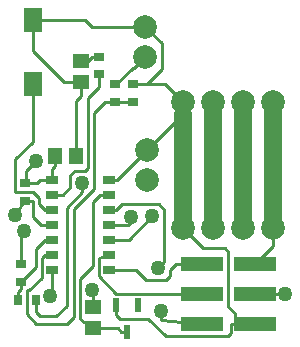
<source format=gbr>
G04 Layer_Physical_Order=1*
G04 Layer_Color=255*
%FSLAX45Y45*%
%MOMM*%
%TF.FileFunction,Copper,L1,Top,Signal*%
%TF.Part,Single*%
G01*
G75*
%TA.AperFunction,SMDPad,CuDef*%
%ADD10R,3.68000X1.27000*%
%ADD11R,0.60000X1.15000*%
%TA.AperFunction,ConnectorPad*%
%ADD12R,1.60000X2.00000*%
%TA.AperFunction,SMDPad,CuDef*%
%ADD13R,0.90000X0.70000*%
%ADD14R,0.70000X0.90000*%
%ADD15R,1.40000X1.20000*%
%ADD16R,0.90000X0.80000*%
%ADD17R,1.00000X0.65000*%
%ADD18R,1.20000X1.40000*%
%TA.AperFunction,Conductor*%
%ADD19C,1.50000*%
%ADD20C,0.25400*%
%TA.AperFunction,ComponentPad*%
%ADD21C,2.00000*%
%TA.AperFunction,ViaPad*%
%ADD22C,1.27000*%
D10*
X558800Y0D02*
D03*
Y-254000D02*
D03*
Y-508000D02*
D03*
X114300D02*
D03*
Y-254000D02*
D03*
Y0D02*
D03*
D11*
X-520700Y-577901D02*
D03*
X-615701Y-352897D02*
D03*
X-425699D02*
D03*
D12*
X-1320800Y2063999D02*
D03*
Y1524000D02*
D03*
D13*
X-1422400Y-152400D02*
D03*
Y-2398D02*
D03*
X-472999Y1367399D02*
D03*
Y1517401D02*
D03*
X-625399D02*
D03*
Y1367399D02*
D03*
X-1384300Y534599D02*
D03*
Y684601D02*
D03*
D14*
X-1296599Y-304800D02*
D03*
X-1446601D02*
D03*
D15*
X-812800Y-547202D02*
D03*
Y-367198D02*
D03*
X-911098Y1715597D02*
D03*
Y1535598D02*
D03*
D16*
X-758698Y1606398D02*
D03*
Y1746402D02*
D03*
D17*
X-1155700Y457200D02*
D03*
Y330200D02*
D03*
Y203200D02*
D03*
X-673100D02*
D03*
Y330200D02*
D03*
Y457200D02*
D03*
X-1155700Y584200D02*
D03*
Y711200D02*
D03*
Y76200D02*
D03*
Y-50800D02*
D03*
X-673100Y76200D02*
D03*
Y-50800D02*
D03*
Y584200D02*
D03*
Y711200D02*
D03*
D18*
X-1130300Y914400D02*
D03*
X-950300D02*
D03*
D19*
X203200Y304800D02*
Y1371600D01*
X457200Y304800D02*
Y1371600D01*
X711200Y304800D02*
Y1371600D01*
X-50800Y304800D02*
Y1270000D01*
D20*
X-1155700Y711200D02*
Y800100D01*
X-1320800Y2063999D02*
X-873760D01*
X-816356Y2006595D01*
X-368300D01*
X-911098Y1715597D02*
X-850900D01*
X-820095Y1746402D01*
X-758698D01*
X-625399Y1367399D02*
X-472999D01*
X-1285240Y684601D02*
X-1258641Y711200D01*
X-1155700D01*
X-368300Y2006595D02*
X-228600Y1866895D01*
Y1644401D02*
Y1866895D01*
X-355600Y1517401D02*
X-228600Y1644401D01*
X-472999Y1517401D02*
X-355600D01*
X-1051560Y1535598D02*
X-911098D01*
X-1320800Y1804838D02*
X-1051560Y1535598D01*
X-1320800Y1804838D02*
Y2063999D01*
X-50800Y304800D02*
X119380Y134620D01*
X304800D01*
X336697Y102723D01*
Y-363220D02*
Y102723D01*
Y-363220D02*
X392577Y-419100D01*
X-1374140Y787400D02*
X-1290320Y871220D01*
X-1384300Y684601D02*
X-1374140D01*
X-508000Y203200D02*
X-307340Y403860D01*
X-673100Y203200D02*
X-508000D01*
X-1422400Y-152400D02*
X-1294602Y-24602D01*
Y127798D01*
X-1219200Y203200D01*
X-1155700D01*
X-1446601Y-304800D02*
Y-241300D01*
X-1422400Y-217099D01*
Y-152400D01*
X-950300Y914400D02*
Y1378118D01*
X-911098Y1417320D01*
Y1535598D01*
X-104140Y0D02*
X114300D01*
X-154940Y-50800D02*
X-104140Y0D01*
X-154940Y-101600D02*
Y-50800D01*
X-190089Y-136749D02*
X-154940Y-101600D01*
X-358140Y-136749D02*
X-190089D01*
X-444089Y-50800D02*
X-358140Y-136749D01*
X-673100Y-50800D02*
X-444089D01*
X-673100Y330200D02*
X-510540D01*
X-485140Y355600D01*
Y391160D01*
X-462275Y1658620D02*
X-368300Y1752595D01*
X-473461Y1658620D02*
X-462275D01*
X-614680Y1517401D02*
X-473461Y1658620D01*
X-625399Y1517401D02*
X-614680D01*
X-1320800Y1031240D02*
Y1524000D01*
X-1468120Y883920D02*
X-1320800Y1031240D01*
X-1468120Y609600D02*
Y883920D01*
Y609600D02*
X-1320800D01*
X-1270000Y558800D01*
Y508000D02*
Y558800D01*
Y508000D02*
X-1219200Y457200D01*
X-1155700D01*
X-758698Y1498600D02*
Y1606398D01*
X-850900Y1406398D02*
X-758698Y1498600D01*
X-850900Y812800D02*
Y1406398D01*
X-878073Y785627D02*
X-850900Y812800D01*
X-965200Y785627D02*
X-878073D01*
X-1003300Y747527D02*
X-965200Y785627D01*
X-1003300Y647700D02*
Y747527D01*
X-1066800Y584200D02*
X-1003300Y647700D01*
X-1155700Y584200D02*
X-1066800D01*
X-711200Y1367399D02*
X-625399D01*
X-800100Y1278499D02*
X-711200Y1367399D01*
X-800100Y635000D02*
Y1278499D01*
X-972820Y462280D02*
X-800100Y635000D01*
X-972820Y-449580D02*
Y462280D01*
X-1031240Y-508000D02*
X-972820Y-449580D01*
X-1290000Y-508000D02*
X-1031240D01*
X-1371600Y-426400D02*
X-1290000Y-508000D01*
X-1371600Y-426400D02*
Y-225506D01*
X-1348740D01*
X-1243802Y-120569D01*
Y50800D01*
X-1218402Y76200D01*
X-1155700D01*
X-1296599Y-406400D02*
Y-304800D01*
Y-406400D02*
X-1259576Y-443423D01*
X-1121603D01*
X-1033780Y-355600D01*
Y474980D01*
X-901700Y607060D01*
Y683260D01*
X-812800Y-547202D02*
X-599440D01*
X-568742Y-577901D01*
X-520700D01*
X-1422400Y248920D02*
X-1391920Y279400D01*
X-1422400Y-2398D02*
Y248920D01*
X-820420Y-223520D02*
X-812800Y-231140D01*
Y-367198D02*
Y-231140D01*
X358140Y-584200D02*
Y-508000D01*
X330200Y-612140D02*
X358140Y-584200D01*
X-193040Y-612140D02*
X330200D01*
X-340360Y-464820D02*
X-193040Y-612140D01*
X-584200Y-464820D02*
X-340360D01*
X-615701Y-433319D02*
X-584200Y-464820D01*
X-615701Y-433319D02*
Y-352897D01*
X558800Y-254000D02*
X817880D01*
X-1170940Y-274320D02*
X-1155700Y-259080D01*
Y-50800D01*
X-196601Y1517401D02*
X-50800Y1371600D01*
X-815340Y-547202D02*
X-812800D01*
X-922020Y-464820D02*
X-815340Y-547202D01*
X-922020Y-464820D02*
Y-132080D01*
X-812800Y-22860D01*
Y523240D01*
X-751840Y584200D01*
X-673100D01*
X-256540Y-33020D02*
X-205740Y17780D01*
Y457200D01*
X-254000Y505460D02*
X-205740Y457200D01*
X-563880Y505460D02*
X-254000D01*
X-612140Y457200D02*
X-563880Y505460D01*
X-673100Y457200D02*
X-612140D01*
X558800Y0D02*
X711200Y152400D01*
Y304800D01*
X-762000Y50800D02*
X-673100Y76200D01*
X-762000Y-104897D02*
Y50800D01*
Y-104897D02*
X-612897Y-254000D01*
X114300D01*
X-1384300Y534599D02*
X-1320800D01*
Y398780D02*
Y534599D01*
Y398780D02*
X-1252220Y330200D01*
X-1155700D01*
X-236220Y-474980D02*
X114300Y-508000D01*
X-236220Y-474980D02*
Y-398780D01*
X-1473200Y408940D02*
X-1394460Y534599D01*
X-1384300D01*
X-1374140Y684601D02*
X-1285240D01*
X358140Y-508000D02*
X392577D01*
X558800D01*
X-355600Y1517401D02*
X-196601D01*
X-355600Y965200D02*
X-50800Y1270000D01*
Y1371600D01*
X-673100Y711200D02*
X-609600D01*
X-355600Y965200D01*
X-1155700Y800100D02*
X-1130300Y825500D01*
Y914400D01*
X392577Y-508000D02*
Y-419100D01*
X-1374140Y684601D02*
Y787400D01*
D21*
X711200Y1371600D02*
D03*
X457200D02*
D03*
X203200D02*
D03*
X-50800D02*
D03*
X711200Y304800D02*
D03*
X457200D02*
D03*
X203200D02*
D03*
X-50800D02*
D03*
X-355600Y965200D02*
D03*
Y711200D02*
D03*
X-368300Y2006595D02*
D03*
Y1752595D02*
D03*
D22*
X-1290320Y871220D02*
D03*
X-307340Y403860D02*
D03*
X-485140Y391160D02*
D03*
X-901700Y683260D02*
D03*
X-1391920Y279400D02*
D03*
X-820420Y-223520D02*
D03*
X817880Y-254000D02*
D03*
X-1170940Y-274320D02*
D03*
X-256540Y-33020D02*
D03*
X-236220Y-398780D02*
D03*
X-1473200Y408940D02*
D03*
%TF.MD5,4e7bd421d77257e15f28fddd6903195a*%
M02*

</source>
